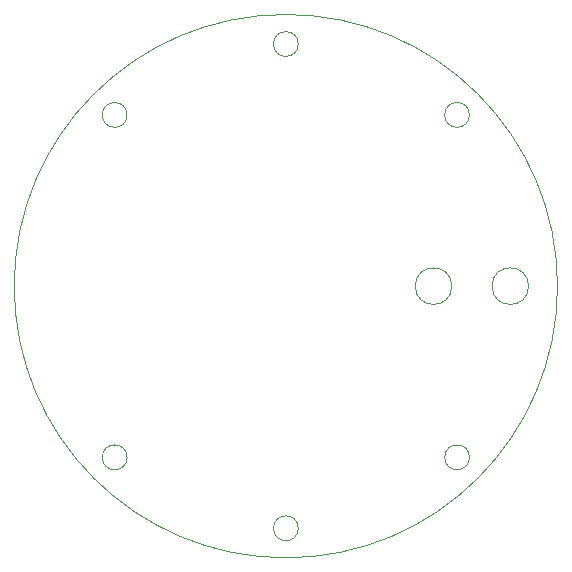
<source format=gm1>
G04 #@! TF.GenerationSoftware,KiCad,Pcbnew,(7.0.0)*
G04 #@! TF.CreationDate,2023-03-23T23:46:18+08:00*
G04 #@! TF.ProjectId,ServoLess,53657276-6f4c-4657-9373-2e6b69636164,rev?*
G04 #@! TF.SameCoordinates,Original*
G04 #@! TF.FileFunction,Profile,NP*
%FSLAX46Y46*%
G04 Gerber Fmt 4.6, Leading zero omitted, Abs format (unit mm)*
G04 Created by KiCad (PCBNEW (7.0.0)) date 2023-03-23 23:46:18*
%MOMM*%
%LPD*%
G01*
G04 APERTURE LIST*
G04 #@! TA.AperFunction,Profile*
%ADD10C,0.100000*%
G04 #@! TD*
G04 APERTURE END LIST*
D10*
X126354311Y-75704311D02*
G75*
G03*
X126354311Y-75704311I-1050000J0D01*
G01*
X153850000Y-90200000D02*
G75*
G03*
X153850000Y-90200000I-1550000J0D01*
G01*
X155345689Y-75704311D02*
G75*
G03*
X155345689Y-75704311I-1050000J0D01*
G01*
X162800000Y-90200000D02*
G75*
G03*
X162800000Y-90200000I-23000000J0D01*
G01*
X160350000Y-90200000D02*
G75*
G03*
X160350000Y-90200000I-1550000J0D01*
G01*
X140850000Y-110700000D02*
G75*
G03*
X140850000Y-110700000I-1050000J0D01*
G01*
X140850000Y-69700000D02*
G75*
G03*
X140850000Y-69700000I-1050000J0D01*
G01*
X155345689Y-104695689D02*
G75*
G03*
X155345689Y-104695689I-1050000J0D01*
G01*
X126354311Y-104695689D02*
G75*
G03*
X126354311Y-104695689I-1050000J0D01*
G01*
M02*

</source>
